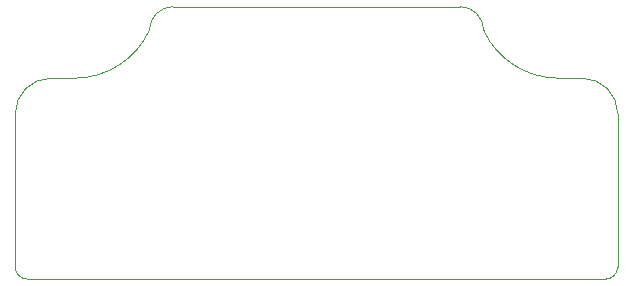
<source format=gm1>
G04 #@! TF.GenerationSoftware,KiCad,Pcbnew,(5.1.10-1-10_14)*
G04 #@! TF.CreationDate,2021-07-14T14:00:36-07:00*
G04 #@! TF.ProjectId,Synapse,53796e61-7073-4652-9e6b-696361645f70,rev?*
G04 #@! TF.SameCoordinates,Original*
G04 #@! TF.FileFunction,Profile,NP*
%FSLAX46Y46*%
G04 Gerber Fmt 4.6, Leading zero omitted, Abs format (unit mm)*
G04 Created by KiCad (PCBNEW (5.1.10-1-10_14)) date 2021-07-14 14:00:36*
%MOMM*%
%LPD*%
G01*
G04 APERTURE LIST*
G04 #@! TA.AperFunction,Profile*
%ADD10C,0.038100*%
G04 #@! TD*
G04 APERTURE END LIST*
D10*
X145357600Y-63946400D02*
X145415000Y-63946400D01*
X171653200Y-65973704D02*
X171653200Y-65946400D01*
X143357879Y-65913005D02*
X143351100Y-65943388D01*
X133000000Y-87000000D02*
G75*
G02*
X132000000Y-86000000I0J1000000D01*
G01*
X183000000Y-86000000D02*
G75*
G02*
X182000000Y-87000000I-1000000J0D01*
G01*
X137000000Y-70000000D02*
X135000000Y-70000000D01*
X178000000Y-70000000D02*
X180000000Y-70000000D01*
X180000000Y-70000000D02*
G75*
G02*
X183000000Y-73000000I0J-3000000D01*
G01*
X132000000Y-73000000D02*
G75*
G02*
X135000000Y-70000000I3000000J0D01*
G01*
X143351100Y-65943388D02*
G75*
G02*
X137000000Y-70000000I-6351100J2943388D01*
G01*
X178000000Y-70000000D02*
G75*
G02*
X171653200Y-65973704I0J7015496D01*
G01*
X169653200Y-63946400D02*
X145415000Y-63946400D01*
X169653200Y-63946400D02*
G75*
G02*
X171653200Y-65946400I0J-2000000D01*
G01*
X143357879Y-65913005D02*
G75*
G02*
X145357600Y-63946400I1999721J-33395D01*
G01*
X132000000Y-73000000D02*
X132000000Y-86000000D01*
X183000000Y-86000000D02*
X183000000Y-73000000D01*
X133000000Y-87000000D02*
X182000000Y-87000000D01*
M02*

</source>
